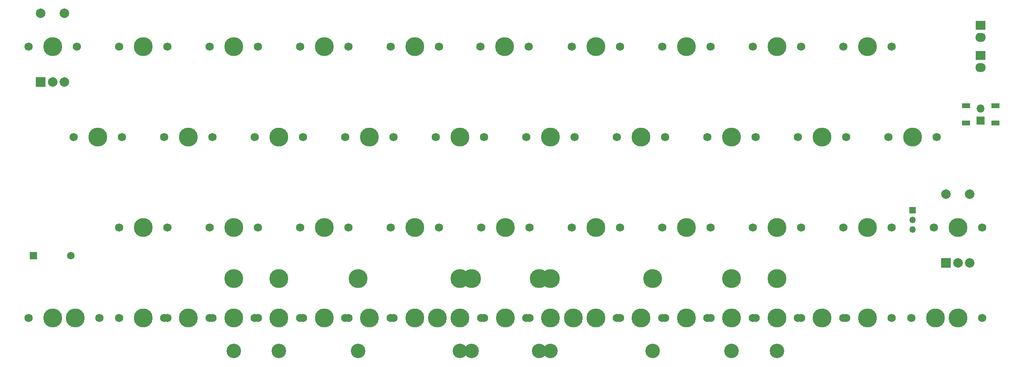
<source format=gbr>
%TF.GenerationSoftware,KiCad,Pcbnew,(7.0.0)*%
%TF.CreationDate,2023-05-29T16:40:41+02:00*%
%TF.ProjectId,Didaktik,44696461-6b74-4696-9b2e-6b696361645f,rev?*%
%TF.SameCoordinates,Original*%
%TF.FileFunction,Soldermask,Top*%
%TF.FilePolarity,Negative*%
%FSLAX46Y46*%
G04 Gerber Fmt 4.6, Leading zero omitted, Abs format (unit mm)*
G04 Created by KiCad (PCBNEW (7.0.0)) date 2023-05-29 16:40:41*
%MOMM*%
%LPD*%
G01*
G04 APERTURE LIST*
%ADD10C,1.750000*%
%ADD11C,3.987800*%
%ADD12C,3.048000*%
%ADD13O,2.159000X1.905000*%
%ADD14R,2.159000X1.905000*%
%ADD15R,1.600000X1.600000*%
%ADD16C,1.600000*%
%ADD17R,2.000000X2.000000*%
%ADD18C,2.000000*%
%ADD19R,1.800000X1.100000*%
%ADD20R,1.350000X1.350000*%
%ADD21O,1.350000X1.350000*%
%ADD22R,1.700000X1.700000*%
%ADD23O,1.700000X1.700000*%
G04 APERTURE END LIST*
D10*
%TO.C,SW33*%
X83820000Y-98425000D03*
D11*
X88900000Y-98425000D03*
D10*
X93980000Y-98425000D03*
%TD*%
%TO.C,SW15*%
X121920000Y-60325000D03*
D11*
X127000000Y-60325000D03*
D10*
X132080000Y-60325000D03*
%TD*%
D11*
%TO.C,SW36c1*%
X79375000Y-90170000D03*
D12*
X79375000Y-105410000D03*
D10*
X131445000Y-98425000D03*
D11*
X136525000Y-98425000D03*
D10*
X141605000Y-98425000D03*
D11*
X193675000Y-90170000D03*
D12*
X193675000Y-105410000D03*
%TD*%
D10*
%TO.C,SW7*%
X150495000Y-41275000D03*
D11*
X155575000Y-41275000D03*
D10*
X160655000Y-41275000D03*
%TD*%
%TO.C,SW27*%
X169545000Y-79375000D03*
D11*
X174625000Y-79375000D03*
D10*
X179705000Y-79375000D03*
%TD*%
D11*
%TO.C,SW34b1*%
X88900000Y-90170000D03*
D12*
X88900000Y-105410000D03*
D10*
X102870000Y-98425000D03*
D11*
X107950000Y-98425000D03*
D10*
X113030000Y-98425000D03*
D11*
X127000000Y-90170000D03*
D12*
X127000000Y-105410000D03*
%TD*%
D10*
%TO.C,SW14*%
X102870000Y-60325000D03*
D11*
X107950000Y-60325000D03*
D10*
X113030000Y-60325000D03*
%TD*%
%TO.C,SW33a1*%
X74295000Y-98425000D03*
D11*
X79375000Y-98425000D03*
D10*
X84455000Y-98425000D03*
%TD*%
%TO.C,SW9*%
X188595000Y-41275000D03*
D11*
X193675000Y-41275000D03*
D10*
X198755000Y-41275000D03*
%TD*%
D13*
%TO.C,D42*%
X236537499Y-45719999D03*
D14*
X236537499Y-43179999D03*
%TD*%
D10*
%TO.C,SW29*%
X207645000Y-79375000D03*
D11*
X212725000Y-79375000D03*
D10*
X217805000Y-79375000D03*
%TD*%
%TO.C,SW8*%
X169545000Y-41275000D03*
D11*
X174625000Y-41275000D03*
D10*
X179705000Y-41275000D03*
%TD*%
D11*
%TO.C,SW35b1*%
X105568750Y-90170000D03*
D12*
X105568750Y-105410000D03*
D10*
X112395000Y-98425000D03*
D11*
X117475000Y-98425000D03*
D10*
X122555000Y-98425000D03*
D11*
X129381250Y-90170000D03*
D12*
X129381250Y-105410000D03*
%TD*%
D10*
%TO.C,SW2*%
X55245000Y-41275000D03*
D11*
X60325000Y-41275000D03*
D10*
X65405000Y-41275000D03*
%TD*%
%TO.C,SW34*%
X102870000Y-98425000D03*
D11*
X107950000Y-98425000D03*
D10*
X113030000Y-98425000D03*
%TD*%
%TO.C,SW24*%
X112395000Y-79375000D03*
D11*
X117475000Y-79375000D03*
D10*
X122555000Y-79375000D03*
%TD*%
%TO.C,SW31*%
X40957500Y-98425000D03*
D11*
X46037500Y-98425000D03*
D10*
X51117500Y-98425000D03*
%TD*%
%TO.C,SW37a1*%
X169545000Y-98425000D03*
D11*
X174625000Y-98425000D03*
D10*
X179705000Y-98425000D03*
%TD*%
%TO.C,SW20*%
X217170000Y-60325000D03*
D11*
X222250000Y-60325000D03*
D10*
X227330000Y-60325000D03*
%TD*%
%TO.C,SW5*%
X112395000Y-41275000D03*
D11*
X117475000Y-41275000D03*
D10*
X122555000Y-41275000D03*
%TD*%
D15*
%TO.C,R5*%
X37247999Y-85343999D03*
D16*
X45048000Y-85344000D03*
%TD*%
D10*
%TO.C,SW40a1*%
X226695000Y-98425000D03*
D11*
X231775000Y-98425000D03*
D10*
X236855000Y-98425000D03*
%TD*%
%TO.C,SW35*%
X121920000Y-98425000D03*
D11*
X127000000Y-98425000D03*
D10*
X132080000Y-98425000D03*
%TD*%
%TO.C,SW31a1*%
X36195000Y-98425000D03*
D11*
X41275000Y-98425000D03*
D10*
X46355000Y-98425000D03*
%TD*%
%TO.C,SW38*%
X179070000Y-98425000D03*
D11*
X184150000Y-98425000D03*
D10*
X189230000Y-98425000D03*
%TD*%
%TO.C,SW12*%
X64770000Y-60325000D03*
D11*
X69850000Y-60325000D03*
D10*
X74930000Y-60325000D03*
%TD*%
%TO.C,SW22*%
X74295000Y-79375000D03*
D11*
X79375000Y-79375000D03*
D10*
X84455000Y-79375000D03*
%TD*%
%TO.C,SW36a1*%
X145732500Y-98425000D03*
D11*
X150812500Y-98425000D03*
D10*
X155892500Y-98425000D03*
%TD*%
D11*
%TO.C,SW36b1*%
X143668750Y-90170000D03*
D12*
X143668750Y-105410000D03*
D10*
X150495000Y-98425000D03*
D11*
X155575000Y-98425000D03*
D10*
X160655000Y-98425000D03*
D11*
X167481250Y-90170000D03*
D12*
X167481250Y-105410000D03*
%TD*%
D10*
%TO.C,SW10*%
X207645000Y-41275000D03*
D11*
X212725000Y-41275000D03*
D10*
X217805000Y-41275000D03*
%TD*%
D13*
%TO.C,D43*%
X236537499Y-39369999D03*
D14*
X236537499Y-36829999D03*
%TD*%
D11*
%TO.C,SW35c1*%
X88900000Y-90170000D03*
D12*
X88900000Y-105410000D03*
D10*
X131445000Y-98425000D03*
D11*
X136525000Y-98425000D03*
D10*
X141605000Y-98425000D03*
D11*
X184150000Y-90170000D03*
D12*
X184150000Y-105410000D03*
%TD*%
D10*
%TO.C,SW6*%
X131318000Y-41275000D03*
D11*
X136398000Y-41275000D03*
D10*
X141478000Y-41275000D03*
%TD*%
%TO.C,SW19*%
X198120000Y-60325000D03*
D11*
X203200000Y-60325000D03*
D10*
X208280000Y-60325000D03*
%TD*%
%TO.C,SW3*%
X74295000Y-41275000D03*
D11*
X79375000Y-41275000D03*
D10*
X84455000Y-41275000D03*
%TD*%
%TO.C,SW17*%
X160020000Y-60325000D03*
D11*
X165100000Y-60325000D03*
D10*
X170180000Y-60325000D03*
%TD*%
%TO.C,SW39*%
X198120000Y-98425000D03*
D11*
X203200000Y-98425000D03*
D10*
X208280000Y-98425000D03*
%TD*%
%TO.C,SW11*%
X45720000Y-60325000D03*
D11*
X50800000Y-60325000D03*
D10*
X55880000Y-60325000D03*
%TD*%
%TO.C,SW21*%
X55245000Y-79375000D03*
D11*
X60325000Y-79375000D03*
D10*
X65405000Y-79375000D03*
%TD*%
%TO.C,SW16*%
X140970000Y-60325000D03*
D11*
X146050000Y-60325000D03*
D10*
X151130000Y-60325000D03*
%TD*%
%TO.C,SW18*%
X179070000Y-60325000D03*
D11*
X184150000Y-60325000D03*
D10*
X189230000Y-60325000D03*
%TD*%
D17*
%TO.C,SW42*%
X229274999Y-86874999D03*
D18*
X234275000Y-86875000D03*
X231775000Y-86875000D03*
X234275000Y-72375000D03*
X229275000Y-72375000D03*
%TD*%
D10*
%TO.C,SW32a1*%
X55245000Y-98425000D03*
D11*
X60325000Y-98425000D03*
D10*
X65405000Y-98425000D03*
%TD*%
D11*
%TO.C,SW37b1*%
X146050000Y-90170000D03*
D12*
X146050000Y-105410000D03*
D10*
X160020000Y-98425000D03*
D11*
X165100000Y-98425000D03*
D10*
X170180000Y-98425000D03*
D11*
X184150000Y-90170000D03*
D12*
X184150000Y-105410000D03*
%TD*%
D10*
%TO.C,SW34a1*%
X93345000Y-98425000D03*
D11*
X98425000Y-98425000D03*
D10*
X103505000Y-98425000D03*
%TD*%
%TO.C,SW36*%
X140970000Y-98425000D03*
D11*
X146050000Y-98425000D03*
D10*
X151130000Y-98425000D03*
%TD*%
%TO.C,SW28*%
X188595000Y-79375000D03*
D11*
X193675000Y-79375000D03*
D10*
X198755000Y-79375000D03*
%TD*%
%TO.C,SW1*%
X36195000Y-41275000D03*
D11*
X41275000Y-41275000D03*
D10*
X46355000Y-41275000D03*
%TD*%
%TO.C,SW40*%
X221932500Y-98425000D03*
D11*
X227012500Y-98425000D03*
D10*
X232092500Y-98425000D03*
%TD*%
D19*
%TO.C,SW_Reset1*%
X239637499Y-57412499D03*
X233437499Y-53712499D03*
X239637499Y-53712499D03*
X233437499Y-57412499D03*
%TD*%
D10*
%TO.C,SW39a1*%
X207645000Y-98425000D03*
D11*
X212725000Y-98425000D03*
D10*
X217805000Y-98425000D03*
%TD*%
%TO.C,SW37*%
X160020000Y-98425000D03*
D11*
X165100000Y-98425000D03*
D10*
X170180000Y-98425000D03*
%TD*%
%TO.C,SW4*%
X93345000Y-41275000D03*
D11*
X98425000Y-41275000D03*
D10*
X103505000Y-41275000D03*
%TD*%
%TO.C,SW35a1*%
X117157500Y-98425000D03*
D11*
X122237500Y-98425000D03*
D10*
X127317500Y-98425000D03*
%TD*%
%TO.C,SW32*%
X64770000Y-98425000D03*
D11*
X69850000Y-98425000D03*
D10*
X74930000Y-98425000D03*
%TD*%
%TO.C,SW26*%
X150495000Y-79375000D03*
D11*
X155575000Y-79375000D03*
D10*
X160655000Y-79375000D03*
%TD*%
%TO.C,SW30*%
X226695000Y-79375000D03*
D11*
X231775000Y-79375000D03*
D10*
X236855000Y-79375000D03*
%TD*%
%TO.C,SW38a1*%
X188595000Y-98425000D03*
D11*
X193675000Y-98425000D03*
D10*
X198755000Y-98425000D03*
%TD*%
%TO.C,SW13*%
X83820000Y-60325000D03*
D11*
X88900000Y-60325000D03*
D10*
X93980000Y-60325000D03*
%TD*%
D17*
%TO.C,SW41*%
X38774999Y-48774999D03*
D18*
X43775000Y-48775000D03*
X41275000Y-48775000D03*
X43775000Y-34275000D03*
X38775000Y-34275000D03*
%TD*%
D10*
%TO.C,SW25*%
X131445000Y-79375000D03*
D11*
X136525000Y-79375000D03*
D10*
X141605000Y-79375000D03*
%TD*%
%TO.C,SW23*%
X93345000Y-79375000D03*
D11*
X98425000Y-79375000D03*
D10*
X103505000Y-79375000D03*
%TD*%
D20*
%TO.C,J3*%
X222249999Y-75787499D03*
D21*
X222249999Y-77787499D03*
X222249999Y-79787499D03*
%TD*%
D22*
%TO.C,SW_Reset2*%
X236537499Y-56837499D03*
D23*
X236537499Y-54297499D03*
%TD*%
M02*

</source>
